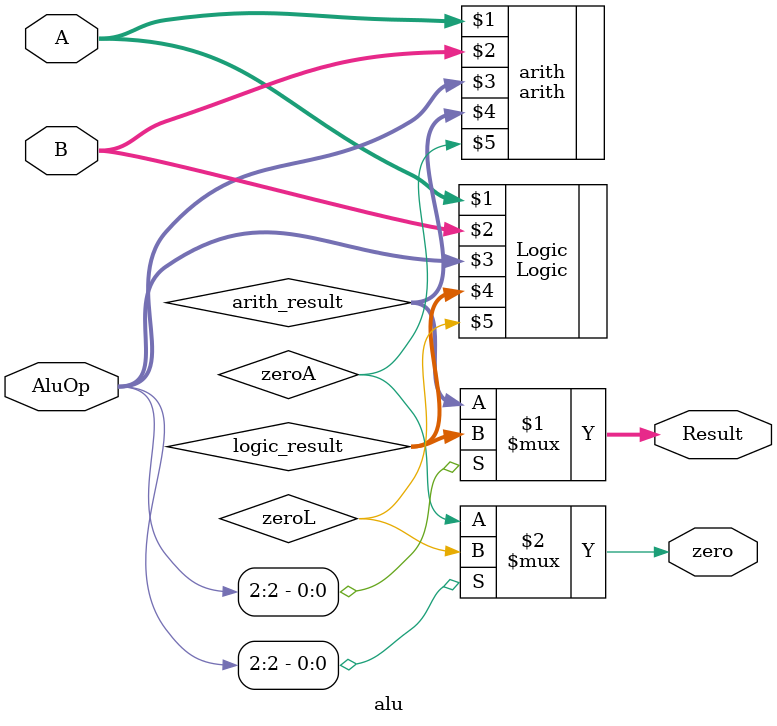
<source format=v>
`include "logic.v"
`include "aritmetica.v"
module alu(A,B,AluOp,Result,zero);
input [31:0] A,B;
input [2:0] AluOp;
output [31:0] Result;
wire [31:0] logic_result,arith_result;
output zero;
wire zeroL , zeroA ;
Logic Logic(A,B,AluOp,logic_result,zeroL);
arith arith(A,B,AluOp,arith_result,zeroA);
//mux2 mux(logic_result,arith_result,AluOp[2],Result);

assign Result =(AluOp[2])? logic_result:arith_result;
assign zero = (AluOp[2])? zeroL:zeroA;

endmodule

</source>
